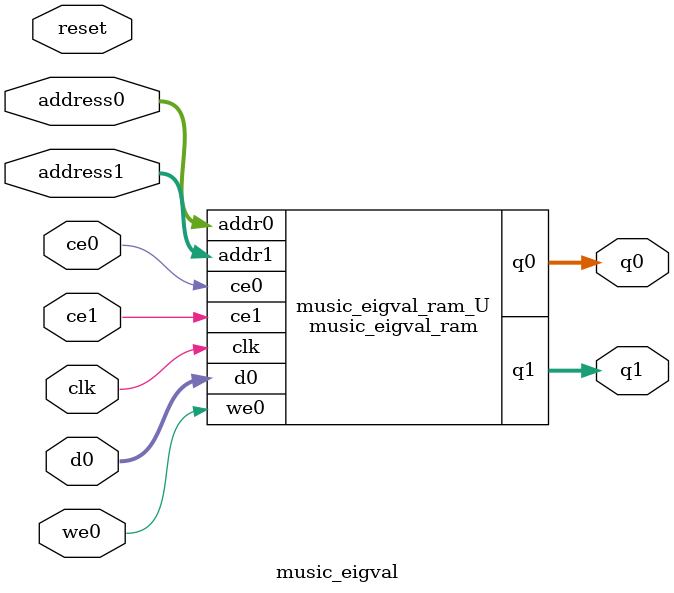
<source format=v>
`timescale 1 ns / 1 ps
module music_eigval_ram (addr0, ce0, d0, we0, q0, addr1, ce1, q1,  clk);

parameter DWIDTH = 32;
parameter AWIDTH = 2;
parameter MEM_SIZE = 4;

input[AWIDTH-1:0] addr0;
input ce0;
input[DWIDTH-1:0] d0;
input we0;
output reg[DWIDTH-1:0] q0;
input[AWIDTH-1:0] addr1;
input ce1;
output reg[DWIDTH-1:0] q1;
input clk;

(* ram_style = "distributed" *)reg [DWIDTH-1:0] ram[0:MEM_SIZE-1];




always @(posedge clk)  
begin 
    if (ce0) 
    begin
        if (we0) 
        begin 
            ram[addr0] <= d0; 
        end 
        q0 <= ram[addr0];
    end
end


always @(posedge clk)  
begin 
    if (ce1) 
    begin
        q1 <= ram[addr1];
    end
end


endmodule

`timescale 1 ns / 1 ps
module music_eigval(
    reset,
    clk,
    address0,
    ce0,
    we0,
    d0,
    q0,
    address1,
    ce1,
    q1);

parameter DataWidth = 32'd32;
parameter AddressRange = 32'd4;
parameter AddressWidth = 32'd2;
input reset;
input clk;
input[AddressWidth - 1:0] address0;
input ce0;
input we0;
input[DataWidth - 1:0] d0;
output[DataWidth - 1:0] q0;
input[AddressWidth - 1:0] address1;
input ce1;
output[DataWidth - 1:0] q1;



music_eigval_ram music_eigval_ram_U(
    .clk( clk ),
    .addr0( address0 ),
    .ce0( ce0 ),
    .we0( we0 ),
    .d0( d0 ),
    .q0( q0 ),
    .addr1( address1 ),
    .ce1( ce1 ),
    .q1( q1 ));

endmodule


</source>
